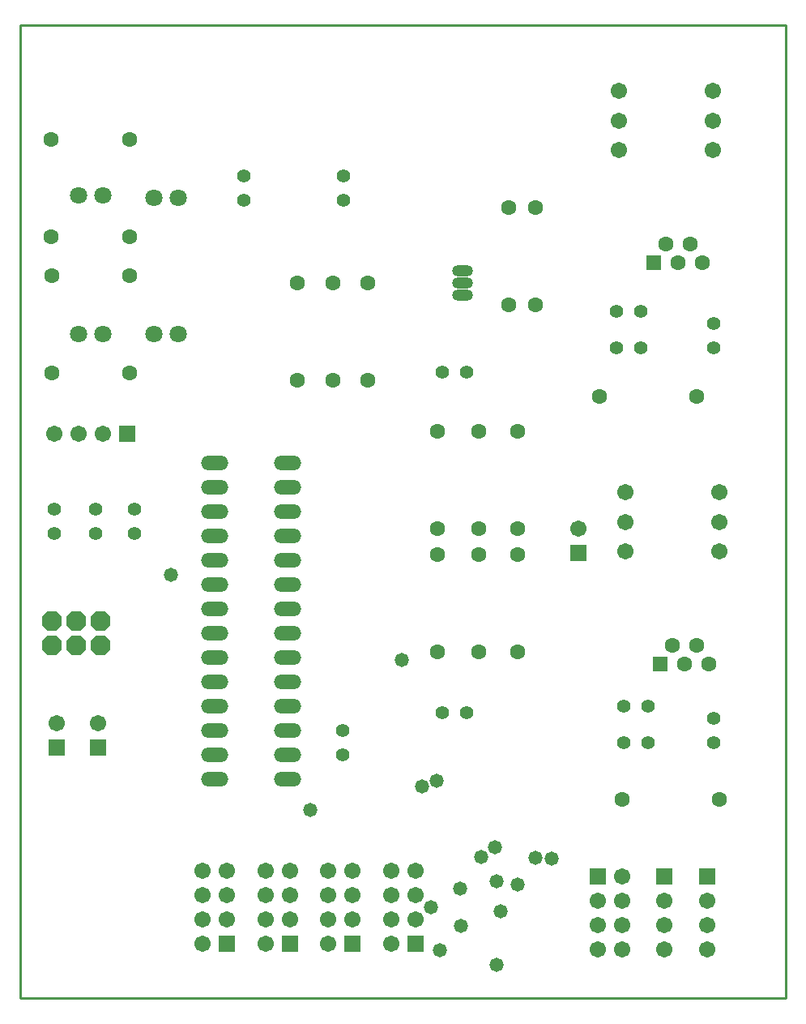
<source format=gbs>
G04*
G04 #@! TF.GenerationSoftware,Altium Limited,Altium Designer,20.0.10 (225)*
G04*
G04 Layer_Color=16711935*
%FSLAX24Y24*%
%MOIN*%
G70*
G01*
G75*
%ADD12C,0.0100*%
%ADD25R,0.0671X0.0671*%
%ADD26C,0.0671*%
%ADD27C,0.0552*%
%ADD28P,0.0888X8X22.5*%
%ADD29C,0.0710*%
%ADD30C,0.0631*%
%ADD31O,0.0867X0.0474*%
%ADD32O,0.0867X0.0474*%
%ADD33O,0.1120X0.0600*%
%ADD34R,0.0671X0.0671*%
%ADD36R,0.0631X0.0631*%
%ADD37C,0.0580*%
D12*
X0Y0D02*
Y40000D01*
X31500D01*
X31500Y0D01*
X0D02*
X31500D01*
D25*
X3200Y10300D02*
D03*
X1500D02*
D03*
X28250Y5006D02*
D03*
X26500D02*
D03*
X22950Y18300D02*
D03*
X23750Y5006D02*
D03*
X16250Y2250D02*
D03*
X11083D02*
D03*
X13667D02*
D03*
X8500D02*
D03*
D26*
X3200Y11300D02*
D03*
X1500D02*
D03*
X28250Y2006D02*
D03*
Y3006D02*
D03*
Y4006D02*
D03*
X26500Y2006D02*
D03*
Y3006D02*
D03*
Y4006D02*
D03*
X1400Y23200D02*
D03*
X2400D02*
D03*
X3400D02*
D03*
X24642Y37313D02*
D03*
Y36093D02*
D03*
Y34872D02*
D03*
X28500D02*
D03*
Y36093D02*
D03*
Y37313D02*
D03*
X24892Y20813D02*
D03*
Y19593D02*
D03*
Y18372D02*
D03*
X28750D02*
D03*
Y19593D02*
D03*
Y20813D02*
D03*
X22950Y19300D02*
D03*
X24750Y2006D02*
D03*
X23750D02*
D03*
X24750Y3006D02*
D03*
X23750D02*
D03*
X24750Y4006D02*
D03*
X23750D02*
D03*
X24750Y5006D02*
D03*
X15250Y5250D02*
D03*
X16250D02*
D03*
X15250Y4250D02*
D03*
X16250D02*
D03*
X15250Y3250D02*
D03*
X16250D02*
D03*
X15250Y2250D02*
D03*
X10083Y5250D02*
D03*
X11083D02*
D03*
X10083Y4250D02*
D03*
X11083D02*
D03*
X10083Y3250D02*
D03*
X11083D02*
D03*
X10083Y2250D02*
D03*
X12667Y5250D02*
D03*
X13667D02*
D03*
X12667Y4250D02*
D03*
X13667D02*
D03*
X12667Y3250D02*
D03*
X13667D02*
D03*
X12667Y2250D02*
D03*
X7500Y5250D02*
D03*
X8500D02*
D03*
X7500Y4250D02*
D03*
X8500D02*
D03*
X7500Y3250D02*
D03*
X8500D02*
D03*
X7500Y2250D02*
D03*
D27*
X13300Y32800D02*
D03*
Y33800D02*
D03*
X9200Y32800D02*
D03*
Y33800D02*
D03*
X13250Y11000D02*
D03*
Y10000D02*
D03*
X1400Y20100D02*
D03*
Y19100D02*
D03*
X3100Y20100D02*
D03*
Y19100D02*
D03*
X4700Y20100D02*
D03*
Y19100D02*
D03*
X28524Y26750D02*
D03*
Y27750D02*
D03*
Y10500D02*
D03*
Y11500D02*
D03*
X24524Y28250D02*
D03*
X25524D02*
D03*
X24524Y26750D02*
D03*
X25524D02*
D03*
X24837Y12000D02*
D03*
X25837D02*
D03*
X24837Y10500D02*
D03*
X25837D02*
D03*
X17350Y11750D02*
D03*
X18350D02*
D03*
X17350Y25750D02*
D03*
X18350D02*
D03*
D28*
X1300Y14500D02*
D03*
Y15500D02*
D03*
X2300Y14500D02*
D03*
Y15500D02*
D03*
X3300Y14500D02*
D03*
Y15500D02*
D03*
D29*
X5500Y32900D02*
D03*
X6500D02*
D03*
X2400Y33000D02*
D03*
X3400D02*
D03*
X5500Y27300D02*
D03*
X6500D02*
D03*
X2400D02*
D03*
X3400D02*
D03*
D30*
X4500Y35300D02*
D03*
Y31300D02*
D03*
X14300Y25400D02*
D03*
Y29400D02*
D03*
X12850Y25400D02*
D03*
Y29400D02*
D03*
X20100Y28500D02*
D03*
Y32500D02*
D03*
X21200Y28500D02*
D03*
Y32500D02*
D03*
X11400Y25400D02*
D03*
Y29400D02*
D03*
X1250Y31300D02*
D03*
Y35300D02*
D03*
X4500Y25700D02*
D03*
Y29700D02*
D03*
X1300Y25700D02*
D03*
Y29700D02*
D03*
X27563Y31000D02*
D03*
X26563D02*
D03*
X27063Y30250D02*
D03*
X28063D02*
D03*
X27813Y14500D02*
D03*
X26813D02*
D03*
X27313Y13750D02*
D03*
X28313D02*
D03*
X23837Y24750D02*
D03*
X27837D02*
D03*
X24774Y8166D02*
D03*
X28774D02*
D03*
X18850Y14250D02*
D03*
Y18250D02*
D03*
X20450D02*
D03*
Y14250D02*
D03*
X18850Y23300D02*
D03*
Y19300D02*
D03*
X20450D02*
D03*
Y23300D02*
D03*
X17150Y18250D02*
D03*
Y14250D02*
D03*
Y19300D02*
D03*
Y23300D02*
D03*
D31*
X18200Y29900D02*
D03*
D32*
Y29400D02*
D03*
Y28900D02*
D03*
D33*
X11000Y22000D02*
D03*
Y21000D02*
D03*
Y20000D02*
D03*
Y19000D02*
D03*
Y18000D02*
D03*
Y17000D02*
D03*
Y16000D02*
D03*
Y15000D02*
D03*
Y14000D02*
D03*
Y13000D02*
D03*
Y12000D02*
D03*
Y11000D02*
D03*
Y10000D02*
D03*
Y9000D02*
D03*
X8000D02*
D03*
Y10000D02*
D03*
Y11000D02*
D03*
Y12000D02*
D03*
Y13000D02*
D03*
Y14000D02*
D03*
Y15000D02*
D03*
Y16000D02*
D03*
Y17000D02*
D03*
Y18000D02*
D03*
Y19000D02*
D03*
Y20000D02*
D03*
Y21000D02*
D03*
Y22000D02*
D03*
D34*
X4400Y23200D02*
D03*
D36*
X26063Y30250D02*
D03*
X26313Y13750D02*
D03*
D37*
X16520Y8720D02*
D03*
X19770Y3580D02*
D03*
X19601Y1370D02*
D03*
X20450Y4680D02*
D03*
X21200Y5770D02*
D03*
X17120Y8940D02*
D03*
X19580Y4820D02*
D03*
X18950Y5810D02*
D03*
X18090Y4500D02*
D03*
X16890Y3750D02*
D03*
X15690Y13920D02*
D03*
X18120Y2970D02*
D03*
X17246Y1966D02*
D03*
X19520Y6210D02*
D03*
X11930Y7750D02*
D03*
X21870Y5740D02*
D03*
X6200Y17400D02*
D03*
M02*

</source>
